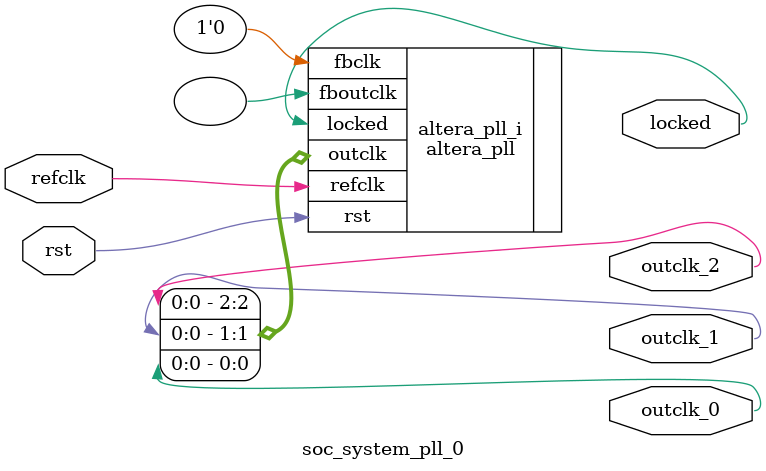
<source format=v>
`timescale 1ns/10ps
module  soc_system_pll_0(

	// interface 'refclk'
	input wire refclk,

	// interface 'reset'
	input wire rst,

	// interface 'outclk0'
	output wire outclk_0,

	// interface 'outclk1'
	output wire outclk_1,

	// interface 'outclk2'
	output wire outclk_2,

	// interface 'locked'
	output wire locked
);

	altera_pll #(
		.fractional_vco_multiplier("true"),
		.reference_clock_frequency("50.0 MHz"),
		.operation_mode("normal"),
		.number_of_clocks(3),
		.output_clock_frequency0("10.000000 MHz"),
		.phase_shift0("0 ps"),
		.duty_cycle0(50),
		.output_clock_frequency1("40.000000 MHz"),
		.phase_shift1("0 ps"),
		.duty_cycle1(50),
		.output_clock_frequency2("100.000000 MHz"),
		.phase_shift2("0 ps"),
		.duty_cycle2(50),
		.output_clock_frequency3("0 MHz"),
		.phase_shift3("0 ps"),
		.duty_cycle3(50),
		.output_clock_frequency4("0 MHz"),
		.phase_shift4("0 ps"),
		.duty_cycle4(50),
		.output_clock_frequency5("0 MHz"),
		.phase_shift5("0 ps"),
		.duty_cycle5(50),
		.output_clock_frequency6("0 MHz"),
		.phase_shift6("0 ps"),
		.duty_cycle6(50),
		.output_clock_frequency7("0 MHz"),
		.phase_shift7("0 ps"),
		.duty_cycle7(50),
		.output_clock_frequency8("0 MHz"),
		.phase_shift8("0 ps"),
		.duty_cycle8(50),
		.output_clock_frequency9("0 MHz"),
		.phase_shift9("0 ps"),
		.duty_cycle9(50),
		.output_clock_frequency10("0 MHz"),
		.phase_shift10("0 ps"),
		.duty_cycle10(50),
		.output_clock_frequency11("0 MHz"),
		.phase_shift11("0 ps"),
		.duty_cycle11(50),
		.output_clock_frequency12("0 MHz"),
		.phase_shift12("0 ps"),
		.duty_cycle12(50),
		.output_clock_frequency13("0 MHz"),
		.phase_shift13("0 ps"),
		.duty_cycle13(50),
		.output_clock_frequency14("0 MHz"),
		.phase_shift14("0 ps"),
		.duty_cycle14(50),
		.output_clock_frequency15("0 MHz"),
		.phase_shift15("0 ps"),
		.duty_cycle15(50),
		.output_clock_frequency16("0 MHz"),
		.phase_shift16("0 ps"),
		.duty_cycle16(50),
		.output_clock_frequency17("0 MHz"),
		.phase_shift17("0 ps"),
		.duty_cycle17(50),
		.pll_type("General"),
		.pll_subtype("General")
	) altera_pll_i (
		.rst	(rst),
		.outclk	({outclk_2, outclk_1, outclk_0}),
		.locked	(locked),
		.fboutclk	( ),
		.fbclk	(1'b0),
		.refclk	(refclk)
	);
endmodule


</source>
